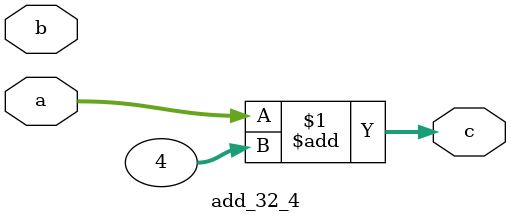
<source format=v>
`timescale 1ns / 1ps
module add_32_4(input[31:0] a, 
				  input[31:0] b, 
				  output[31:0]c
    );
	
	assign c[31:0] = a[31:0] + 4;
	

endmodule

</source>
